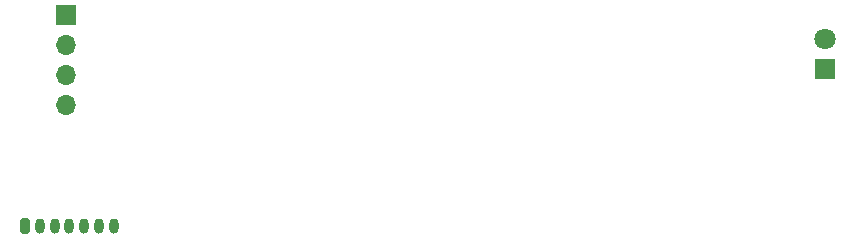
<source format=gbr>
%TF.GenerationSoftware,KiCad,Pcbnew,(6.0.5)*%
%TF.CreationDate,2022-06-15T23:09:50+02:00*%
%TF.ProjectId,plate-SI,706c6174-652d-4534-992e-6b696361645f,rev?*%
%TF.SameCoordinates,Original*%
%TF.FileFunction,Soldermask,Bot*%
%TF.FilePolarity,Negative*%
%FSLAX46Y46*%
G04 Gerber Fmt 4.6, Leading zero omitted, Abs format (unit mm)*
G04 Created by KiCad (PCBNEW (6.0.5)) date 2022-06-15 23:09:50*
%MOMM*%
%LPD*%
G01*
G04 APERTURE LIST*
G04 Aperture macros list*
%AMRoundRect*
0 Rectangle with rounded corners*
0 $1 Rounding radius*
0 $2 $3 $4 $5 $6 $7 $8 $9 X,Y pos of 4 corners*
0 Add a 4 corners polygon primitive as box body*
4,1,4,$2,$3,$4,$5,$6,$7,$8,$9,$2,$3,0*
0 Add four circle primitives for the rounded corners*
1,1,$1+$1,$2,$3*
1,1,$1+$1,$4,$5*
1,1,$1+$1,$6,$7*
1,1,$1+$1,$8,$9*
0 Add four rect primitives between the rounded corners*
20,1,$1+$1,$2,$3,$4,$5,0*
20,1,$1+$1,$4,$5,$6,$7,0*
20,1,$1+$1,$6,$7,$8,$9,0*
20,1,$1+$1,$8,$9,$2,$3,0*%
G04 Aperture macros list end*
%ADD10R,1.700000X1.700000*%
%ADD11O,1.700000X1.700000*%
%ADD12R,1.800000X1.800000*%
%ADD13C,1.800000*%
%ADD14RoundRect,0.200000X-0.200000X-0.450000X0.200000X-0.450000X0.200000X0.450000X-0.200000X0.450000X0*%
%ADD15O,0.800000X1.300000*%
G04 APERTURE END LIST*
D10*
%TO.C,J2*%
X-300000Y27612500D03*
D11*
X-300000Y25072500D03*
X-300000Y22532500D03*
X-300000Y19992500D03*
%TD*%
D12*
%TO.C,D8*%
X64000000Y23025000D03*
D13*
X64000000Y25565000D03*
%TD*%
D14*
%TO.C,J1*%
X-3750000Y9800000D03*
D15*
X-2500000Y9800000D03*
X-1250000Y9800000D03*
X0Y9800000D03*
X1250000Y9800000D03*
X2500000Y9800000D03*
X3750000Y9800000D03*
%TD*%
M02*

</source>
